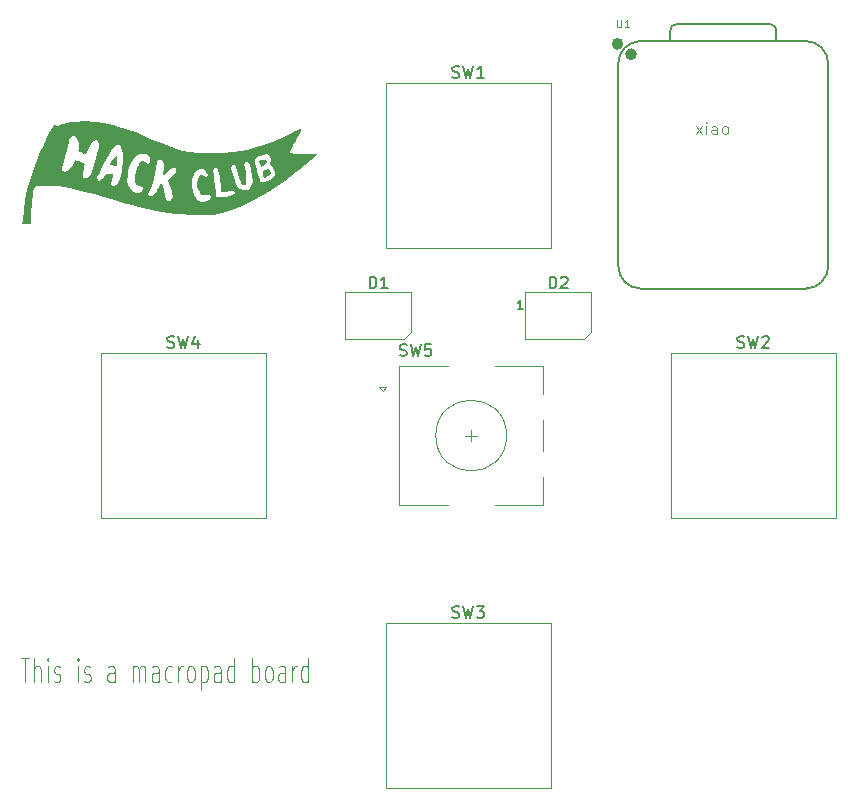
<source format=gbr>
%TF.GenerationSoftware,KiCad,Pcbnew,9.0.5*%
%TF.CreationDate,2025-11-19T17:56:50+08:00*%
%TF.ProjectId,Hackpad Project,4861636b-7061-4642-9050-726f6a656374,rev?*%
%TF.SameCoordinates,Original*%
%TF.FileFunction,Legend,Top*%
%TF.FilePolarity,Positive*%
%FSLAX46Y46*%
G04 Gerber Fmt 4.6, Leading zero omitted, Abs format (unit mm)*
G04 Created by KiCad (PCBNEW 9.0.5) date 2025-11-19 17:56:50*
%MOMM*%
%LPD*%
G01*
G04 APERTURE LIST*
%ADD10C,0.100000*%
%ADD11C,0.101600*%
%ADD12C,0.150000*%
%ADD13C,0.127000*%
%ADD14C,0.504000*%
%ADD15C,0.120000*%
%ADD16C,0.000000*%
G04 APERTURE END LIST*
D10*
X128478646Y-59562419D02*
X129002455Y-58895752D01*
X128478646Y-58895752D02*
X129002455Y-59562419D01*
X129383408Y-59562419D02*
X129383408Y-58895752D01*
X129383408Y-58562419D02*
X129335789Y-58610038D01*
X129335789Y-58610038D02*
X129383408Y-58657657D01*
X129383408Y-58657657D02*
X129431027Y-58610038D01*
X129431027Y-58610038D02*
X129383408Y-58562419D01*
X129383408Y-58562419D02*
X129383408Y-58657657D01*
X130288169Y-59562419D02*
X130288169Y-59038609D01*
X130288169Y-59038609D02*
X130240550Y-58943371D01*
X130240550Y-58943371D02*
X130145312Y-58895752D01*
X130145312Y-58895752D02*
X129954836Y-58895752D01*
X129954836Y-58895752D02*
X129859598Y-58943371D01*
X130288169Y-59514800D02*
X130192931Y-59562419D01*
X130192931Y-59562419D02*
X129954836Y-59562419D01*
X129954836Y-59562419D02*
X129859598Y-59514800D01*
X129859598Y-59514800D02*
X129811979Y-59419561D01*
X129811979Y-59419561D02*
X129811979Y-59324323D01*
X129811979Y-59324323D02*
X129859598Y-59229085D01*
X129859598Y-59229085D02*
X129954836Y-59181466D01*
X129954836Y-59181466D02*
X130192931Y-59181466D01*
X130192931Y-59181466D02*
X130288169Y-59133847D01*
X130907217Y-59562419D02*
X130811979Y-59514800D01*
X130811979Y-59514800D02*
X130764360Y-59467180D01*
X130764360Y-59467180D02*
X130716741Y-59371942D01*
X130716741Y-59371942D02*
X130716741Y-59086228D01*
X130716741Y-59086228D02*
X130764360Y-58990990D01*
X130764360Y-58990990D02*
X130811979Y-58943371D01*
X130811979Y-58943371D02*
X130907217Y-58895752D01*
X130907217Y-58895752D02*
X131050074Y-58895752D01*
X131050074Y-58895752D02*
X131145312Y-58943371D01*
X131145312Y-58943371D02*
X131192931Y-58990990D01*
X131192931Y-58990990D02*
X131240550Y-59086228D01*
X131240550Y-59086228D02*
X131240550Y-59371942D01*
X131240550Y-59371942D02*
X131192931Y-59467180D01*
X131192931Y-59467180D02*
X131145312Y-59514800D01*
X131145312Y-59514800D02*
X131050074Y-59562419D01*
X131050074Y-59562419D02*
X130907217Y-59562419D01*
X71354836Y-103960038D02*
X72069122Y-103960038D01*
X71711979Y-105960038D02*
X71711979Y-103960038D01*
X72485789Y-105960038D02*
X72485789Y-103960038D01*
X73021503Y-105960038D02*
X73021503Y-104912419D01*
X73021503Y-104912419D02*
X72961979Y-104721942D01*
X72961979Y-104721942D02*
X72842931Y-104626704D01*
X72842931Y-104626704D02*
X72664360Y-104626704D01*
X72664360Y-104626704D02*
X72545312Y-104721942D01*
X72545312Y-104721942D02*
X72485789Y-104817180D01*
X73616741Y-105960038D02*
X73616741Y-104626704D01*
X73616741Y-103960038D02*
X73557217Y-104055276D01*
X73557217Y-104055276D02*
X73616741Y-104150514D01*
X73616741Y-104150514D02*
X73676264Y-104055276D01*
X73676264Y-104055276D02*
X73616741Y-103960038D01*
X73616741Y-103960038D02*
X73616741Y-104150514D01*
X74152455Y-105864800D02*
X74271502Y-105960038D01*
X74271502Y-105960038D02*
X74509598Y-105960038D01*
X74509598Y-105960038D02*
X74628645Y-105864800D01*
X74628645Y-105864800D02*
X74688169Y-105674323D01*
X74688169Y-105674323D02*
X74688169Y-105579085D01*
X74688169Y-105579085D02*
X74628645Y-105388609D01*
X74628645Y-105388609D02*
X74509598Y-105293371D01*
X74509598Y-105293371D02*
X74331026Y-105293371D01*
X74331026Y-105293371D02*
X74211979Y-105198133D01*
X74211979Y-105198133D02*
X74152455Y-105007657D01*
X74152455Y-105007657D02*
X74152455Y-104912419D01*
X74152455Y-104912419D02*
X74211979Y-104721942D01*
X74211979Y-104721942D02*
X74331026Y-104626704D01*
X74331026Y-104626704D02*
X74509598Y-104626704D01*
X74509598Y-104626704D02*
X74628645Y-104721942D01*
X76176265Y-105960038D02*
X76176265Y-104626704D01*
X76176265Y-103960038D02*
X76116741Y-104055276D01*
X76116741Y-104055276D02*
X76176265Y-104150514D01*
X76176265Y-104150514D02*
X76235788Y-104055276D01*
X76235788Y-104055276D02*
X76176265Y-103960038D01*
X76176265Y-103960038D02*
X76176265Y-104150514D01*
X76711979Y-105864800D02*
X76831026Y-105960038D01*
X76831026Y-105960038D02*
X77069122Y-105960038D01*
X77069122Y-105960038D02*
X77188169Y-105864800D01*
X77188169Y-105864800D02*
X77247693Y-105674323D01*
X77247693Y-105674323D02*
X77247693Y-105579085D01*
X77247693Y-105579085D02*
X77188169Y-105388609D01*
X77188169Y-105388609D02*
X77069122Y-105293371D01*
X77069122Y-105293371D02*
X76890550Y-105293371D01*
X76890550Y-105293371D02*
X76771503Y-105198133D01*
X76771503Y-105198133D02*
X76711979Y-105007657D01*
X76711979Y-105007657D02*
X76711979Y-104912419D01*
X76711979Y-104912419D02*
X76771503Y-104721942D01*
X76771503Y-104721942D02*
X76890550Y-104626704D01*
X76890550Y-104626704D02*
X77069122Y-104626704D01*
X77069122Y-104626704D02*
X77188169Y-104721942D01*
X79271503Y-105960038D02*
X79271503Y-104912419D01*
X79271503Y-104912419D02*
X79211979Y-104721942D01*
X79211979Y-104721942D02*
X79092931Y-104626704D01*
X79092931Y-104626704D02*
X78854836Y-104626704D01*
X78854836Y-104626704D02*
X78735789Y-104721942D01*
X79271503Y-105864800D02*
X79152455Y-105960038D01*
X79152455Y-105960038D02*
X78854836Y-105960038D01*
X78854836Y-105960038D02*
X78735789Y-105864800D01*
X78735789Y-105864800D02*
X78676265Y-105674323D01*
X78676265Y-105674323D02*
X78676265Y-105483847D01*
X78676265Y-105483847D02*
X78735789Y-105293371D01*
X78735789Y-105293371D02*
X78854836Y-105198133D01*
X78854836Y-105198133D02*
X79152455Y-105198133D01*
X79152455Y-105198133D02*
X79271503Y-105102895D01*
X80819122Y-105960038D02*
X80819122Y-104626704D01*
X80819122Y-104817180D02*
X80878645Y-104721942D01*
X80878645Y-104721942D02*
X80997693Y-104626704D01*
X80997693Y-104626704D02*
X81176264Y-104626704D01*
X81176264Y-104626704D02*
X81295312Y-104721942D01*
X81295312Y-104721942D02*
X81354836Y-104912419D01*
X81354836Y-104912419D02*
X81354836Y-105960038D01*
X81354836Y-104912419D02*
X81414360Y-104721942D01*
X81414360Y-104721942D02*
X81533407Y-104626704D01*
X81533407Y-104626704D02*
X81711979Y-104626704D01*
X81711979Y-104626704D02*
X81831026Y-104721942D01*
X81831026Y-104721942D02*
X81890550Y-104912419D01*
X81890550Y-104912419D02*
X81890550Y-105960038D01*
X83021503Y-105960038D02*
X83021503Y-104912419D01*
X83021503Y-104912419D02*
X82961979Y-104721942D01*
X82961979Y-104721942D02*
X82842931Y-104626704D01*
X82842931Y-104626704D02*
X82604836Y-104626704D01*
X82604836Y-104626704D02*
X82485789Y-104721942D01*
X83021503Y-105864800D02*
X82902455Y-105960038D01*
X82902455Y-105960038D02*
X82604836Y-105960038D01*
X82604836Y-105960038D02*
X82485789Y-105864800D01*
X82485789Y-105864800D02*
X82426265Y-105674323D01*
X82426265Y-105674323D02*
X82426265Y-105483847D01*
X82426265Y-105483847D02*
X82485789Y-105293371D01*
X82485789Y-105293371D02*
X82604836Y-105198133D01*
X82604836Y-105198133D02*
X82902455Y-105198133D01*
X82902455Y-105198133D02*
X83021503Y-105102895D01*
X84152455Y-105864800D02*
X84033407Y-105960038D01*
X84033407Y-105960038D02*
X83795312Y-105960038D01*
X83795312Y-105960038D02*
X83676264Y-105864800D01*
X83676264Y-105864800D02*
X83616741Y-105769561D01*
X83616741Y-105769561D02*
X83557217Y-105579085D01*
X83557217Y-105579085D02*
X83557217Y-105007657D01*
X83557217Y-105007657D02*
X83616741Y-104817180D01*
X83616741Y-104817180D02*
X83676264Y-104721942D01*
X83676264Y-104721942D02*
X83795312Y-104626704D01*
X83795312Y-104626704D02*
X84033407Y-104626704D01*
X84033407Y-104626704D02*
X84152455Y-104721942D01*
X84688170Y-105960038D02*
X84688170Y-104626704D01*
X84688170Y-105007657D02*
X84747693Y-104817180D01*
X84747693Y-104817180D02*
X84807217Y-104721942D01*
X84807217Y-104721942D02*
X84926265Y-104626704D01*
X84926265Y-104626704D02*
X85045312Y-104626704D01*
X85640551Y-105960038D02*
X85521503Y-105864800D01*
X85521503Y-105864800D02*
X85461980Y-105769561D01*
X85461980Y-105769561D02*
X85402456Y-105579085D01*
X85402456Y-105579085D02*
X85402456Y-105007657D01*
X85402456Y-105007657D02*
X85461980Y-104817180D01*
X85461980Y-104817180D02*
X85521503Y-104721942D01*
X85521503Y-104721942D02*
X85640551Y-104626704D01*
X85640551Y-104626704D02*
X85819122Y-104626704D01*
X85819122Y-104626704D02*
X85938170Y-104721942D01*
X85938170Y-104721942D02*
X85997694Y-104817180D01*
X85997694Y-104817180D02*
X86057218Y-105007657D01*
X86057218Y-105007657D02*
X86057218Y-105579085D01*
X86057218Y-105579085D02*
X85997694Y-105769561D01*
X85997694Y-105769561D02*
X85938170Y-105864800D01*
X85938170Y-105864800D02*
X85819122Y-105960038D01*
X85819122Y-105960038D02*
X85640551Y-105960038D01*
X86592932Y-104626704D02*
X86592932Y-106626704D01*
X86592932Y-104721942D02*
X86711979Y-104626704D01*
X86711979Y-104626704D02*
X86950074Y-104626704D01*
X86950074Y-104626704D02*
X87069122Y-104721942D01*
X87069122Y-104721942D02*
X87128646Y-104817180D01*
X87128646Y-104817180D02*
X87188170Y-105007657D01*
X87188170Y-105007657D02*
X87188170Y-105579085D01*
X87188170Y-105579085D02*
X87128646Y-105769561D01*
X87128646Y-105769561D02*
X87069122Y-105864800D01*
X87069122Y-105864800D02*
X86950074Y-105960038D01*
X86950074Y-105960038D02*
X86711979Y-105960038D01*
X86711979Y-105960038D02*
X86592932Y-105864800D01*
X88259598Y-105960038D02*
X88259598Y-104912419D01*
X88259598Y-104912419D02*
X88200074Y-104721942D01*
X88200074Y-104721942D02*
X88081026Y-104626704D01*
X88081026Y-104626704D02*
X87842931Y-104626704D01*
X87842931Y-104626704D02*
X87723884Y-104721942D01*
X88259598Y-105864800D02*
X88140550Y-105960038D01*
X88140550Y-105960038D02*
X87842931Y-105960038D01*
X87842931Y-105960038D02*
X87723884Y-105864800D01*
X87723884Y-105864800D02*
X87664360Y-105674323D01*
X87664360Y-105674323D02*
X87664360Y-105483847D01*
X87664360Y-105483847D02*
X87723884Y-105293371D01*
X87723884Y-105293371D02*
X87842931Y-105198133D01*
X87842931Y-105198133D02*
X88140550Y-105198133D01*
X88140550Y-105198133D02*
X88259598Y-105102895D01*
X89390550Y-105960038D02*
X89390550Y-103960038D01*
X89390550Y-105864800D02*
X89271502Y-105960038D01*
X89271502Y-105960038D02*
X89033407Y-105960038D01*
X89033407Y-105960038D02*
X88914359Y-105864800D01*
X88914359Y-105864800D02*
X88854836Y-105769561D01*
X88854836Y-105769561D02*
X88795312Y-105579085D01*
X88795312Y-105579085D02*
X88795312Y-105007657D01*
X88795312Y-105007657D02*
X88854836Y-104817180D01*
X88854836Y-104817180D02*
X88914359Y-104721942D01*
X88914359Y-104721942D02*
X89033407Y-104626704D01*
X89033407Y-104626704D02*
X89271502Y-104626704D01*
X89271502Y-104626704D02*
X89390550Y-104721942D01*
X90938169Y-105960038D02*
X90938169Y-103960038D01*
X90938169Y-104721942D02*
X91057216Y-104626704D01*
X91057216Y-104626704D02*
X91295311Y-104626704D01*
X91295311Y-104626704D02*
X91414359Y-104721942D01*
X91414359Y-104721942D02*
X91473883Y-104817180D01*
X91473883Y-104817180D02*
X91533407Y-105007657D01*
X91533407Y-105007657D02*
X91533407Y-105579085D01*
X91533407Y-105579085D02*
X91473883Y-105769561D01*
X91473883Y-105769561D02*
X91414359Y-105864800D01*
X91414359Y-105864800D02*
X91295311Y-105960038D01*
X91295311Y-105960038D02*
X91057216Y-105960038D01*
X91057216Y-105960038D02*
X90938169Y-105864800D01*
X92247692Y-105960038D02*
X92128644Y-105864800D01*
X92128644Y-105864800D02*
X92069121Y-105769561D01*
X92069121Y-105769561D02*
X92009597Y-105579085D01*
X92009597Y-105579085D02*
X92009597Y-105007657D01*
X92009597Y-105007657D02*
X92069121Y-104817180D01*
X92069121Y-104817180D02*
X92128644Y-104721942D01*
X92128644Y-104721942D02*
X92247692Y-104626704D01*
X92247692Y-104626704D02*
X92426263Y-104626704D01*
X92426263Y-104626704D02*
X92545311Y-104721942D01*
X92545311Y-104721942D02*
X92604835Y-104817180D01*
X92604835Y-104817180D02*
X92664359Y-105007657D01*
X92664359Y-105007657D02*
X92664359Y-105579085D01*
X92664359Y-105579085D02*
X92604835Y-105769561D01*
X92604835Y-105769561D02*
X92545311Y-105864800D01*
X92545311Y-105864800D02*
X92426263Y-105960038D01*
X92426263Y-105960038D02*
X92247692Y-105960038D01*
X93735787Y-105960038D02*
X93735787Y-104912419D01*
X93735787Y-104912419D02*
X93676263Y-104721942D01*
X93676263Y-104721942D02*
X93557215Y-104626704D01*
X93557215Y-104626704D02*
X93319120Y-104626704D01*
X93319120Y-104626704D02*
X93200073Y-104721942D01*
X93735787Y-105864800D02*
X93616739Y-105960038D01*
X93616739Y-105960038D02*
X93319120Y-105960038D01*
X93319120Y-105960038D02*
X93200073Y-105864800D01*
X93200073Y-105864800D02*
X93140549Y-105674323D01*
X93140549Y-105674323D02*
X93140549Y-105483847D01*
X93140549Y-105483847D02*
X93200073Y-105293371D01*
X93200073Y-105293371D02*
X93319120Y-105198133D01*
X93319120Y-105198133D02*
X93616739Y-105198133D01*
X93616739Y-105198133D02*
X93735787Y-105102895D01*
X94331025Y-105960038D02*
X94331025Y-104626704D01*
X94331025Y-105007657D02*
X94390548Y-104817180D01*
X94390548Y-104817180D02*
X94450072Y-104721942D01*
X94450072Y-104721942D02*
X94569120Y-104626704D01*
X94569120Y-104626704D02*
X94688167Y-104626704D01*
X95640549Y-105960038D02*
X95640549Y-103960038D01*
X95640549Y-105864800D02*
X95521501Y-105960038D01*
X95521501Y-105960038D02*
X95283406Y-105960038D01*
X95283406Y-105960038D02*
X95164358Y-105864800D01*
X95164358Y-105864800D02*
X95104835Y-105769561D01*
X95104835Y-105769561D02*
X95045311Y-105579085D01*
X95045311Y-105579085D02*
X95045311Y-105007657D01*
X95045311Y-105007657D02*
X95104835Y-104817180D01*
X95104835Y-104817180D02*
X95164358Y-104721942D01*
X95164358Y-104721942D02*
X95283406Y-104626704D01*
X95283406Y-104626704D02*
X95521501Y-104626704D01*
X95521501Y-104626704D02*
X95640549Y-104721942D01*
D11*
X121826190Y-49883479D02*
X121826190Y-50397526D01*
X121826190Y-50397526D02*
X121856428Y-50458002D01*
X121856428Y-50458002D02*
X121886666Y-50488241D01*
X121886666Y-50488241D02*
X121947142Y-50518479D01*
X121947142Y-50518479D02*
X122068095Y-50518479D01*
X122068095Y-50518479D02*
X122128571Y-50488241D01*
X122128571Y-50488241D02*
X122158809Y-50458002D01*
X122158809Y-50458002D02*
X122189047Y-50397526D01*
X122189047Y-50397526D02*
X122189047Y-49883479D01*
X122824047Y-50518479D02*
X122461190Y-50518479D01*
X122642618Y-50518479D02*
X122642618Y-49883479D01*
X122642618Y-49883479D02*
X122582142Y-49974193D01*
X122582142Y-49974193D02*
X122521666Y-50034669D01*
X122521666Y-50034669D02*
X122461190Y-50064907D01*
D12*
X132016667Y-77623200D02*
X132159524Y-77670819D01*
X132159524Y-77670819D02*
X132397619Y-77670819D01*
X132397619Y-77670819D02*
X132492857Y-77623200D01*
X132492857Y-77623200D02*
X132540476Y-77575580D01*
X132540476Y-77575580D02*
X132588095Y-77480342D01*
X132588095Y-77480342D02*
X132588095Y-77385104D01*
X132588095Y-77385104D02*
X132540476Y-77289866D01*
X132540476Y-77289866D02*
X132492857Y-77242247D01*
X132492857Y-77242247D02*
X132397619Y-77194628D01*
X132397619Y-77194628D02*
X132207143Y-77147009D01*
X132207143Y-77147009D02*
X132111905Y-77099390D01*
X132111905Y-77099390D02*
X132064286Y-77051771D01*
X132064286Y-77051771D02*
X132016667Y-76956533D01*
X132016667Y-76956533D02*
X132016667Y-76861295D01*
X132016667Y-76861295D02*
X132064286Y-76766057D01*
X132064286Y-76766057D02*
X132111905Y-76718438D01*
X132111905Y-76718438D02*
X132207143Y-76670819D01*
X132207143Y-76670819D02*
X132445238Y-76670819D01*
X132445238Y-76670819D02*
X132588095Y-76718438D01*
X132921429Y-76670819D02*
X133159524Y-77670819D01*
X133159524Y-77670819D02*
X133350000Y-76956533D01*
X133350000Y-76956533D02*
X133540476Y-77670819D01*
X133540476Y-77670819D02*
X133778572Y-76670819D01*
X134111905Y-76766057D02*
X134159524Y-76718438D01*
X134159524Y-76718438D02*
X134254762Y-76670819D01*
X134254762Y-76670819D02*
X134492857Y-76670819D01*
X134492857Y-76670819D02*
X134588095Y-76718438D01*
X134588095Y-76718438D02*
X134635714Y-76766057D01*
X134635714Y-76766057D02*
X134683333Y-76861295D01*
X134683333Y-76861295D02*
X134683333Y-76956533D01*
X134683333Y-76956533D02*
X134635714Y-77099390D01*
X134635714Y-77099390D02*
X134064286Y-77670819D01*
X134064286Y-77670819D02*
X134683333Y-77670819D01*
X103436667Y-78297200D02*
X103579524Y-78344819D01*
X103579524Y-78344819D02*
X103817619Y-78344819D01*
X103817619Y-78344819D02*
X103912857Y-78297200D01*
X103912857Y-78297200D02*
X103960476Y-78249580D01*
X103960476Y-78249580D02*
X104008095Y-78154342D01*
X104008095Y-78154342D02*
X104008095Y-78059104D01*
X104008095Y-78059104D02*
X103960476Y-77963866D01*
X103960476Y-77963866D02*
X103912857Y-77916247D01*
X103912857Y-77916247D02*
X103817619Y-77868628D01*
X103817619Y-77868628D02*
X103627143Y-77821009D01*
X103627143Y-77821009D02*
X103531905Y-77773390D01*
X103531905Y-77773390D02*
X103484286Y-77725771D01*
X103484286Y-77725771D02*
X103436667Y-77630533D01*
X103436667Y-77630533D02*
X103436667Y-77535295D01*
X103436667Y-77535295D02*
X103484286Y-77440057D01*
X103484286Y-77440057D02*
X103531905Y-77392438D01*
X103531905Y-77392438D02*
X103627143Y-77344819D01*
X103627143Y-77344819D02*
X103865238Y-77344819D01*
X103865238Y-77344819D02*
X104008095Y-77392438D01*
X104341429Y-77344819D02*
X104579524Y-78344819D01*
X104579524Y-78344819D02*
X104770000Y-77630533D01*
X104770000Y-77630533D02*
X104960476Y-78344819D01*
X104960476Y-78344819D02*
X105198572Y-77344819D01*
X106055714Y-77344819D02*
X105579524Y-77344819D01*
X105579524Y-77344819D02*
X105531905Y-77821009D01*
X105531905Y-77821009D02*
X105579524Y-77773390D01*
X105579524Y-77773390D02*
X105674762Y-77725771D01*
X105674762Y-77725771D02*
X105912857Y-77725771D01*
X105912857Y-77725771D02*
X106008095Y-77773390D01*
X106008095Y-77773390D02*
X106055714Y-77821009D01*
X106055714Y-77821009D02*
X106103333Y-77916247D01*
X106103333Y-77916247D02*
X106103333Y-78154342D01*
X106103333Y-78154342D02*
X106055714Y-78249580D01*
X106055714Y-78249580D02*
X106008095Y-78297200D01*
X106008095Y-78297200D02*
X105912857Y-78344819D01*
X105912857Y-78344819D02*
X105674762Y-78344819D01*
X105674762Y-78344819D02*
X105579524Y-78297200D01*
X105579524Y-78297200D02*
X105531905Y-78249580D01*
X83756667Y-77623200D02*
X83899524Y-77670819D01*
X83899524Y-77670819D02*
X84137619Y-77670819D01*
X84137619Y-77670819D02*
X84232857Y-77623200D01*
X84232857Y-77623200D02*
X84280476Y-77575580D01*
X84280476Y-77575580D02*
X84328095Y-77480342D01*
X84328095Y-77480342D02*
X84328095Y-77385104D01*
X84328095Y-77385104D02*
X84280476Y-77289866D01*
X84280476Y-77289866D02*
X84232857Y-77242247D01*
X84232857Y-77242247D02*
X84137619Y-77194628D01*
X84137619Y-77194628D02*
X83947143Y-77147009D01*
X83947143Y-77147009D02*
X83851905Y-77099390D01*
X83851905Y-77099390D02*
X83804286Y-77051771D01*
X83804286Y-77051771D02*
X83756667Y-76956533D01*
X83756667Y-76956533D02*
X83756667Y-76861295D01*
X83756667Y-76861295D02*
X83804286Y-76766057D01*
X83804286Y-76766057D02*
X83851905Y-76718438D01*
X83851905Y-76718438D02*
X83947143Y-76670819D01*
X83947143Y-76670819D02*
X84185238Y-76670819D01*
X84185238Y-76670819D02*
X84328095Y-76718438D01*
X84661429Y-76670819D02*
X84899524Y-77670819D01*
X84899524Y-77670819D02*
X85090000Y-76956533D01*
X85090000Y-76956533D02*
X85280476Y-77670819D01*
X85280476Y-77670819D02*
X85518572Y-76670819D01*
X86328095Y-77004152D02*
X86328095Y-77670819D01*
X86090000Y-76623200D02*
X85851905Y-77337485D01*
X85851905Y-77337485D02*
X86470952Y-77337485D01*
X107886667Y-54763200D02*
X108029524Y-54810819D01*
X108029524Y-54810819D02*
X108267619Y-54810819D01*
X108267619Y-54810819D02*
X108362857Y-54763200D01*
X108362857Y-54763200D02*
X108410476Y-54715580D01*
X108410476Y-54715580D02*
X108458095Y-54620342D01*
X108458095Y-54620342D02*
X108458095Y-54525104D01*
X108458095Y-54525104D02*
X108410476Y-54429866D01*
X108410476Y-54429866D02*
X108362857Y-54382247D01*
X108362857Y-54382247D02*
X108267619Y-54334628D01*
X108267619Y-54334628D02*
X108077143Y-54287009D01*
X108077143Y-54287009D02*
X107981905Y-54239390D01*
X107981905Y-54239390D02*
X107934286Y-54191771D01*
X107934286Y-54191771D02*
X107886667Y-54096533D01*
X107886667Y-54096533D02*
X107886667Y-54001295D01*
X107886667Y-54001295D02*
X107934286Y-53906057D01*
X107934286Y-53906057D02*
X107981905Y-53858438D01*
X107981905Y-53858438D02*
X108077143Y-53810819D01*
X108077143Y-53810819D02*
X108315238Y-53810819D01*
X108315238Y-53810819D02*
X108458095Y-53858438D01*
X108791429Y-53810819D02*
X109029524Y-54810819D01*
X109029524Y-54810819D02*
X109220000Y-54096533D01*
X109220000Y-54096533D02*
X109410476Y-54810819D01*
X109410476Y-54810819D02*
X109648572Y-53810819D01*
X110553333Y-54810819D02*
X109981905Y-54810819D01*
X110267619Y-54810819D02*
X110267619Y-53810819D01*
X110267619Y-53810819D02*
X110172381Y-53953676D01*
X110172381Y-53953676D02*
X110077143Y-54048914D01*
X110077143Y-54048914D02*
X109981905Y-54096533D01*
X107886667Y-100483200D02*
X108029524Y-100530819D01*
X108029524Y-100530819D02*
X108267619Y-100530819D01*
X108267619Y-100530819D02*
X108362857Y-100483200D01*
X108362857Y-100483200D02*
X108410476Y-100435580D01*
X108410476Y-100435580D02*
X108458095Y-100340342D01*
X108458095Y-100340342D02*
X108458095Y-100245104D01*
X108458095Y-100245104D02*
X108410476Y-100149866D01*
X108410476Y-100149866D02*
X108362857Y-100102247D01*
X108362857Y-100102247D02*
X108267619Y-100054628D01*
X108267619Y-100054628D02*
X108077143Y-100007009D01*
X108077143Y-100007009D02*
X107981905Y-99959390D01*
X107981905Y-99959390D02*
X107934286Y-99911771D01*
X107934286Y-99911771D02*
X107886667Y-99816533D01*
X107886667Y-99816533D02*
X107886667Y-99721295D01*
X107886667Y-99721295D02*
X107934286Y-99626057D01*
X107934286Y-99626057D02*
X107981905Y-99578438D01*
X107981905Y-99578438D02*
X108077143Y-99530819D01*
X108077143Y-99530819D02*
X108315238Y-99530819D01*
X108315238Y-99530819D02*
X108458095Y-99578438D01*
X108791429Y-99530819D02*
X109029524Y-100530819D01*
X109029524Y-100530819D02*
X109220000Y-99816533D01*
X109220000Y-99816533D02*
X109410476Y-100530819D01*
X109410476Y-100530819D02*
X109648572Y-99530819D01*
X109934286Y-99530819D02*
X110553333Y-99530819D01*
X110553333Y-99530819D02*
X110220000Y-99911771D01*
X110220000Y-99911771D02*
X110362857Y-99911771D01*
X110362857Y-99911771D02*
X110458095Y-99959390D01*
X110458095Y-99959390D02*
X110505714Y-100007009D01*
X110505714Y-100007009D02*
X110553333Y-100102247D01*
X110553333Y-100102247D02*
X110553333Y-100340342D01*
X110553333Y-100340342D02*
X110505714Y-100435580D01*
X110505714Y-100435580D02*
X110458095Y-100483200D01*
X110458095Y-100483200D02*
X110362857Y-100530819D01*
X110362857Y-100530819D02*
X110077143Y-100530819D01*
X110077143Y-100530819D02*
X109981905Y-100483200D01*
X109981905Y-100483200D02*
X109934286Y-100435580D01*
X116101905Y-72634819D02*
X116101905Y-71634819D01*
X116101905Y-71634819D02*
X116340000Y-71634819D01*
X116340000Y-71634819D02*
X116482857Y-71682438D01*
X116482857Y-71682438D02*
X116578095Y-71777676D01*
X116578095Y-71777676D02*
X116625714Y-71872914D01*
X116625714Y-71872914D02*
X116673333Y-72063390D01*
X116673333Y-72063390D02*
X116673333Y-72206247D01*
X116673333Y-72206247D02*
X116625714Y-72396723D01*
X116625714Y-72396723D02*
X116578095Y-72491961D01*
X116578095Y-72491961D02*
X116482857Y-72587200D01*
X116482857Y-72587200D02*
X116340000Y-72634819D01*
X116340000Y-72634819D02*
X116101905Y-72634819D01*
X117054286Y-71730057D02*
X117101905Y-71682438D01*
X117101905Y-71682438D02*
X117197143Y-71634819D01*
X117197143Y-71634819D02*
X117435238Y-71634819D01*
X117435238Y-71634819D02*
X117530476Y-71682438D01*
X117530476Y-71682438D02*
X117578095Y-71730057D01*
X117578095Y-71730057D02*
X117625714Y-71825295D01*
X117625714Y-71825295D02*
X117625714Y-71920533D01*
X117625714Y-71920533D02*
X117578095Y-72063390D01*
X117578095Y-72063390D02*
X117006667Y-72634819D01*
X117006667Y-72634819D02*
X117625714Y-72634819D01*
X113868571Y-74417295D02*
X113411428Y-74417295D01*
X113640000Y-74417295D02*
X113640000Y-73617295D01*
X113640000Y-73617295D02*
X113563809Y-73731580D01*
X113563809Y-73731580D02*
X113487619Y-73807771D01*
X113487619Y-73807771D02*
X113411428Y-73845866D01*
X100861905Y-72634819D02*
X100861905Y-71634819D01*
X100861905Y-71634819D02*
X101100000Y-71634819D01*
X101100000Y-71634819D02*
X101242857Y-71682438D01*
X101242857Y-71682438D02*
X101338095Y-71777676D01*
X101338095Y-71777676D02*
X101385714Y-71872914D01*
X101385714Y-71872914D02*
X101433333Y-72063390D01*
X101433333Y-72063390D02*
X101433333Y-72206247D01*
X101433333Y-72206247D02*
X101385714Y-72396723D01*
X101385714Y-72396723D02*
X101338095Y-72491961D01*
X101338095Y-72491961D02*
X101242857Y-72587200D01*
X101242857Y-72587200D02*
X101100000Y-72634819D01*
X101100000Y-72634819D02*
X100861905Y-72634819D01*
X102385714Y-72634819D02*
X101814286Y-72634819D01*
X102100000Y-72634819D02*
X102100000Y-71634819D01*
X102100000Y-71634819D02*
X102004762Y-71777676D01*
X102004762Y-71777676D02*
X101909524Y-71872914D01*
X101909524Y-71872914D02*
X101814286Y-71920533D01*
D13*
%TO.C,U1*%
X121920000Y-70739000D02*
X121920000Y-53594000D01*
X123825000Y-72644000D02*
X137795000Y-72644000D01*
X126315000Y-51689000D02*
X126318728Y-50778728D01*
X126818728Y-50279000D02*
X134814000Y-50279000D01*
X135314000Y-50779000D02*
X135314000Y-51689000D01*
D10*
X137795000Y-51689000D02*
X123825000Y-51689000D01*
D13*
X137795000Y-51689000D02*
X123825000Y-51689000D01*
X139700000Y-70739000D02*
X139700000Y-53594000D01*
X121920000Y-53594000D02*
G75*
G02*
X123825000Y-51689000I1905001J-1D01*
G01*
X123825000Y-72644000D02*
G75*
G02*
X121920000Y-70739000I1J1905001D01*
G01*
X126318728Y-50778728D02*
G75*
G02*
X126818728Y-50279001I500018J-291D01*
G01*
X134814000Y-50279000D02*
G75*
G02*
X135314000Y-50779000I0J-500000D01*
G01*
X137795000Y-51689000D02*
G75*
G02*
X139700000Y-53594000I0J-1905000D01*
G01*
X139700000Y-70739000D02*
G75*
G02*
X137795000Y-72644000I-1905000J0D01*
G01*
D14*
X122112000Y-51930000D02*
G75*
G02*
X121608000Y-51930000I-252000J0D01*
G01*
X121608000Y-51930000D02*
G75*
G02*
X122112000Y-51930000I252000J0D01*
G01*
X123255000Y-52810000D02*
G75*
G02*
X122751000Y-52810000I-252000J0D01*
G01*
X122751000Y-52810000D02*
G75*
G02*
X123255000Y-52810000I252000J0D01*
G01*
D15*
%TO.C,SW2*%
X126365000Y-78105000D02*
X140335000Y-78105000D01*
X126365000Y-92075000D02*
X126365000Y-78105000D01*
X140335000Y-78105000D02*
X140335000Y-92075000D01*
X140335000Y-92075000D02*
X126365000Y-92075000D01*
%TO.C,SW5*%
X101670000Y-80990000D02*
X102270000Y-80990000D01*
X101970000Y-81290000D02*
X101670000Y-80990000D01*
X102270000Y-80990000D02*
X101970000Y-81290000D01*
X103370000Y-79190000D02*
X103370000Y-90990000D01*
X107470000Y-79190000D02*
X103370000Y-79190000D01*
X107470000Y-90990000D02*
X103370000Y-90990000D01*
X108970000Y-85090000D02*
X109970000Y-85090000D01*
X109470000Y-84590000D02*
X109470000Y-85590000D01*
X111470000Y-79190000D02*
X115570000Y-79190000D01*
X115570000Y-79190000D02*
X115570000Y-81590000D01*
X115570000Y-83790000D02*
X115570000Y-86390000D01*
X115570000Y-88590000D02*
X115570000Y-90990000D01*
X115570000Y-90990000D02*
X111470000Y-90990000D01*
X112470000Y-85090000D02*
G75*
G02*
X106470000Y-85090000I-3000000J0D01*
G01*
X106470000Y-85090000D02*
G75*
G02*
X112470000Y-85090000I3000000J0D01*
G01*
%TO.C,SW4*%
X78105000Y-78105000D02*
X92075000Y-78105000D01*
X78105000Y-92075000D02*
X78105000Y-78105000D01*
X92075000Y-78105000D02*
X92075000Y-92075000D01*
X92075000Y-92075000D02*
X78105000Y-92075000D01*
%TO.C,SW1*%
X102235000Y-55245000D02*
X116205000Y-55245000D01*
X102235000Y-69215000D02*
X102235000Y-55245000D01*
X116205000Y-55245000D02*
X116205000Y-69215000D01*
X116205000Y-69215000D02*
X102235000Y-69215000D01*
%TO.C,SW3*%
X102235000Y-100965000D02*
X116205000Y-100965000D01*
X102235000Y-114935000D02*
X102235000Y-100965000D01*
X116205000Y-100965000D02*
X116205000Y-114935000D01*
X116205000Y-114935000D02*
X102235000Y-114935000D01*
D16*
%TO.C,G\u002A\u002A\u002A*%
G36*
X92119000Y-61772702D02*
G01*
X92153083Y-61883014D01*
X92142228Y-61958094D01*
X92091386Y-62042768D01*
X91992363Y-62146412D01*
X91875368Y-62242835D01*
X91770613Y-62305848D01*
X91728483Y-62316778D01*
X91695161Y-62276685D01*
X91641289Y-62173430D01*
X91598682Y-62077069D01*
X91499063Y-61837359D01*
X91628014Y-61787500D01*
X91849862Y-61722754D01*
X92015725Y-61718551D01*
X92119000Y-61772702D01*
G37*
G36*
X92398943Y-62596167D02*
G01*
X92477069Y-62692710D01*
X92510295Y-62830995D01*
X92460164Y-62957098D01*
X92322027Y-63079301D01*
X92228214Y-63136173D01*
X92072877Y-63219417D01*
X91979651Y-63257706D01*
X91929234Y-63255295D01*
X91902322Y-63216437D01*
X91899438Y-63208632D01*
X91876888Y-63128269D01*
X91844780Y-62995682D01*
X91831094Y-62935131D01*
X91811799Y-62774157D01*
X91849849Y-62671245D01*
X91958957Y-62607548D01*
X92093438Y-62574592D01*
X92277320Y-62558191D01*
X92398943Y-62596167D01*
G37*
G36*
X79489851Y-61361466D02*
G01*
X79504116Y-61477190D01*
X79507619Y-61642625D01*
X79499948Y-61835321D01*
X79480693Y-62032830D01*
X79478590Y-62048529D01*
X79456531Y-62168787D01*
X79417900Y-62238328D01*
X79343069Y-62264960D01*
X79212409Y-62256495D01*
X79033183Y-62225755D01*
X78920401Y-62188841D01*
X78878945Y-62139194D01*
X78879566Y-62133972D01*
X78912902Y-62063702D01*
X78986713Y-61944523D01*
X79086483Y-61796662D01*
X79197696Y-61640346D01*
X79305835Y-61495802D01*
X79396385Y-61383257D01*
X79454830Y-61322937D01*
X79465232Y-61317902D01*
X79489851Y-61361466D01*
G37*
G36*
X77049447Y-58498134D02*
G01*
X77488990Y-58521570D01*
X77907581Y-58566054D01*
X78334399Y-58635306D01*
X78798620Y-58733047D01*
X79188780Y-58827260D01*
X79592362Y-58933980D01*
X79988054Y-59050374D01*
X80388774Y-59181299D01*
X80807440Y-59331613D01*
X81256970Y-59506175D01*
X81750281Y-59709841D01*
X82300290Y-59947470D01*
X82919916Y-60223919D01*
X83004906Y-60262351D01*
X83865404Y-60610664D01*
X84731540Y-60876417D01*
X85619758Y-61063346D01*
X86546502Y-61175189D01*
X87170712Y-61209192D01*
X88274848Y-61197346D01*
X89374167Y-61093439D01*
X90470765Y-60896957D01*
X91566745Y-60607390D01*
X92664205Y-60224224D01*
X93765246Y-59746947D01*
X94341795Y-59460418D01*
X94581653Y-59337832D01*
X94791187Y-59234156D01*
X94956389Y-59156045D01*
X95063250Y-59110154D01*
X95097669Y-59101365D01*
X95083448Y-59147494D01*
X95033018Y-59263224D01*
X94953764Y-59433599D01*
X94853070Y-59643665D01*
X94738320Y-59878467D01*
X94616897Y-60123050D01*
X94496185Y-60362458D01*
X94383568Y-60581737D01*
X94286431Y-60765931D01*
X94212156Y-60900086D01*
X94196433Y-60926694D01*
X94145101Y-61015453D01*
X94117521Y-61084425D01*
X94122819Y-61136105D01*
X94170118Y-61172988D01*
X94268545Y-61197569D01*
X94427222Y-61212343D01*
X94655275Y-61219804D01*
X94961828Y-61222448D01*
X95279287Y-61222771D01*
X95621704Y-61224539D01*
X95912959Y-61229581D01*
X96143117Y-61237507D01*
X96302244Y-61247928D01*
X96380407Y-61260451D01*
X96386678Y-61266313D01*
X96342252Y-61320627D01*
X96234951Y-61425726D01*
X96075571Y-61572206D01*
X95874909Y-61750665D01*
X95643761Y-61951698D01*
X95392923Y-62165903D01*
X95133190Y-62383877D01*
X94875360Y-62596216D01*
X94664847Y-62765982D01*
X93686087Y-63514613D01*
X92731435Y-64181180D01*
X91802676Y-64764719D01*
X90901595Y-65264271D01*
X90029978Y-65678874D01*
X89189609Y-66007567D01*
X88382276Y-66249387D01*
X88055997Y-66324292D01*
X87714378Y-66376520D01*
X87293763Y-66409788D01*
X86808266Y-66424626D01*
X86272003Y-66421566D01*
X85699090Y-66401141D01*
X85103642Y-66363881D01*
X84499776Y-66310317D01*
X83901606Y-66240982D01*
X83323248Y-66156407D01*
X83242733Y-66143055D01*
X82848577Y-66073973D01*
X82472030Y-66001740D01*
X82099207Y-65922888D01*
X81716220Y-65833952D01*
X81309184Y-65731465D01*
X80864211Y-65611960D01*
X80367415Y-65471971D01*
X79804909Y-65308032D01*
X79320071Y-65163837D01*
X78398105Y-64892832D01*
X77561009Y-64657360D01*
X77513989Y-64644866D01*
X82124943Y-64644866D01*
X82165222Y-64747091D01*
X82265620Y-64805205D01*
X82395482Y-64803552D01*
X82420008Y-64795552D01*
X82553578Y-64710805D01*
X82704305Y-64562594D01*
X82852157Y-64375014D01*
X82977098Y-64172162D01*
X83028377Y-64063817D01*
X83101913Y-63905172D01*
X83164886Y-63820491D01*
X83231506Y-63791885D01*
X83244863Y-63791310D01*
X83288678Y-63798417D01*
X83323526Y-63829638D01*
X83354717Y-63899821D01*
X83387565Y-64023815D01*
X83427380Y-64216468D01*
X83461799Y-64397771D01*
X83517299Y-64675258D01*
X83566419Y-64873490D01*
X83613824Y-65007701D01*
X83664180Y-65093123D01*
X83680305Y-65111254D01*
X83818370Y-65199772D01*
X83963181Y-65208042D01*
X84088385Y-65134739D01*
X84090976Y-65131916D01*
X84158526Y-65019983D01*
X84195826Y-64905979D01*
X84196206Y-64775607D01*
X84167024Y-64583508D01*
X84114863Y-64355953D01*
X84046307Y-64119211D01*
X83967939Y-63899553D01*
X83911526Y-63771562D01*
X83885047Y-63717740D01*
X85841235Y-63717740D01*
X85847361Y-64005355D01*
X85896784Y-64411029D01*
X85994328Y-64747064D01*
X86137752Y-65008819D01*
X86324814Y-65191653D01*
X86453408Y-65260100D01*
X86650339Y-65303396D01*
X86874863Y-65302560D01*
X87056772Y-65262674D01*
X87237416Y-65162111D01*
X87359408Y-65028220D01*
X87404714Y-64880869D01*
X87404718Y-64879390D01*
X87375929Y-64754903D01*
X87285447Y-64694199D01*
X87127098Y-64694320D01*
X87049617Y-64709293D01*
X86835492Y-64737172D01*
X86676121Y-64700919D01*
X86548832Y-64591676D01*
X86477463Y-64485766D01*
X86362645Y-64227763D01*
X86298596Y-63947426D01*
X86285529Y-63667916D01*
X86323655Y-63412393D01*
X86413188Y-63204017D01*
X86465090Y-63137284D01*
X86581407Y-63049756D01*
X86708005Y-63040934D01*
X86868637Y-63109203D01*
X86869632Y-63109773D01*
X87014486Y-63165184D01*
X87113244Y-63150018D01*
X87161942Y-63078985D01*
X87156619Y-62966800D01*
X87093311Y-62828175D01*
X87047563Y-62771974D01*
X87648933Y-62771974D01*
X87656809Y-62887565D01*
X87671777Y-63045283D01*
X87695045Y-63259587D01*
X87724374Y-63512729D01*
X87757525Y-63786961D01*
X87792256Y-64064535D01*
X87826330Y-64327702D01*
X87857505Y-64558715D01*
X87883542Y-64739825D01*
X87902201Y-64853284D01*
X87908190Y-64879490D01*
X87966467Y-64915130D01*
X88098042Y-64929724D01*
X88283797Y-64924788D01*
X88504613Y-64901840D01*
X88741371Y-64862396D01*
X88974954Y-64807971D01*
X89038668Y-64789812D01*
X89241971Y-64722912D01*
X89370451Y-64663022D01*
X89442893Y-64600189D01*
X89464054Y-64564373D01*
X89485019Y-64458170D01*
X89428305Y-64395917D01*
X89290547Y-64375755D01*
X89140861Y-64386073D01*
X88953869Y-64406816D01*
X88734341Y-64429203D01*
X88609831Y-64441025D01*
X88316629Y-64467790D01*
X88292257Y-64212790D01*
X88276954Y-64053356D01*
X88255840Y-63834291D01*
X88232297Y-63590650D01*
X88219139Y-63454750D01*
X88175408Y-63114428D01*
X88116629Y-62824739D01*
X88046296Y-62597820D01*
X87967904Y-62445805D01*
X87936325Y-62414920D01*
X89172456Y-62414920D01*
X89210003Y-62653632D01*
X89238290Y-62770549D01*
X89350708Y-63181185D01*
X89454740Y-63508379D01*
X89555858Y-63762804D01*
X89659537Y-63955134D01*
X89771252Y-64096042D01*
X89896475Y-64196202D01*
X89996156Y-64248245D01*
X90195096Y-64301103D01*
X90411874Y-64307389D01*
X90598168Y-64266011D01*
X90607149Y-64262067D01*
X90729283Y-64162496D01*
X90838435Y-63994429D01*
X90920393Y-63784494D01*
X90956433Y-63607672D01*
X90959889Y-63440904D01*
X90943387Y-63211611D01*
X90911286Y-62949240D01*
X90867940Y-62683236D01*
X90817708Y-62443047D01*
X90764945Y-62258118D01*
X90751628Y-62223388D01*
X90652461Y-62038371D01*
X90544499Y-61925222D01*
X90438455Y-61888970D01*
X90345045Y-61934641D01*
X90296539Y-62009846D01*
X90271106Y-62097832D01*
X90272431Y-62211373D01*
X90302120Y-62376869D01*
X90324743Y-62473611D01*
X90368004Y-62690787D01*
X90406252Y-62952270D01*
X90432247Y-63207263D01*
X90434987Y-63247263D01*
X90444333Y-63513404D01*
X90430717Y-63697910D01*
X90389719Y-63812452D01*
X90316919Y-63868701D01*
X90207895Y-63878329D01*
X90196365Y-63877328D01*
X90119736Y-63861993D01*
X90056216Y-63824462D01*
X90000048Y-63752660D01*
X89945479Y-63634511D01*
X89886753Y-63457941D01*
X89818118Y-63210874D01*
X89747363Y-62935131D01*
X89666424Y-62630703D01*
X89596111Y-62409064D01*
X89531114Y-62259217D01*
X89466126Y-62170164D01*
X89395837Y-62130908D01*
X89357047Y-62126516D01*
X89244982Y-62156762D01*
X89183784Y-62251097D01*
X89172456Y-62414920D01*
X87936325Y-62414920D01*
X87913068Y-62392174D01*
X87839623Y-62370088D01*
X87768939Y-62414506D01*
X87729224Y-62459475D01*
X87675617Y-62540355D01*
X87650616Y-62634101D01*
X87648933Y-62771974D01*
X87047563Y-62771974D01*
X86982224Y-62691707D01*
X86797244Y-62551505D01*
X86611813Y-62505205D01*
X86417812Y-62551887D01*
X86306986Y-62615195D01*
X86105769Y-62797671D01*
X85962443Y-63038108D01*
X85874950Y-63342724D01*
X85841235Y-63717740D01*
X83885047Y-63717740D01*
X83796507Y-63537769D01*
X84070844Y-63224558D01*
X84249943Y-63016076D01*
X84372930Y-62860807D01*
X84449575Y-62743341D01*
X84489649Y-62648266D01*
X84502922Y-62560171D01*
X84503220Y-62542530D01*
X84475995Y-62419084D01*
X84395122Y-62372928D01*
X84261809Y-62403628D01*
X84077263Y-62510749D01*
X83842691Y-62693859D01*
X83680017Y-62838559D01*
X83542430Y-62959827D01*
X83439510Y-63039400D01*
X83383871Y-63068231D01*
X83379553Y-63054044D01*
X83397631Y-62967163D01*
X83416839Y-62811051D01*
X83434319Y-62611526D01*
X83442731Y-62482766D01*
X83453992Y-62265082D01*
X83455533Y-62119223D01*
X83443591Y-62022066D01*
X83414403Y-61950493D01*
X83364206Y-61881383D01*
X83340157Y-61852523D01*
X83242853Y-61764990D01*
X91133791Y-61764990D01*
X91146659Y-61877475D01*
X91184098Y-62052809D01*
X91248020Y-62299842D01*
X91340339Y-62627426D01*
X91349134Y-62657812D01*
X91429089Y-62933703D01*
X91500405Y-63180004D01*
X91558658Y-63381415D01*
X91599421Y-63522635D01*
X91618271Y-63588364D01*
X91618492Y-63589157D01*
X91677577Y-63636781D01*
X91805937Y-63643980D01*
X91987286Y-63611906D01*
X92185892Y-63549085D01*
X92403282Y-63442583D01*
X92600849Y-63300680D01*
X92756058Y-63143073D01*
X92846376Y-62989461D01*
X92853592Y-62965411D01*
X92858905Y-62786398D01*
X92804972Y-62587101D01*
X92706716Y-62397107D01*
X92579059Y-62246005D01*
X92451279Y-62167692D01*
X92410322Y-62132469D01*
X92433310Y-62056612D01*
X92439845Y-62044130D01*
X92488518Y-61877483D01*
X92490542Y-61679545D01*
X92448907Y-61494157D01*
X92395648Y-61395665D01*
X92266358Y-61294899D01*
X92090686Y-61266446D01*
X91864046Y-61310590D01*
X91581849Y-61427616D01*
X91539846Y-61448707D01*
X91371108Y-61541399D01*
X91234059Y-61628584D01*
X91152689Y-61694654D01*
X91143582Y-61706501D01*
X91133791Y-61764990D01*
X83242853Y-61764990D01*
X83215742Y-61740601D01*
X83098411Y-61698436D01*
X83096905Y-61698426D01*
X83000524Y-61719061D01*
X82926637Y-61788204D01*
X82871045Y-61916711D01*
X82829545Y-62115439D01*
X82797939Y-62395245D01*
X82790166Y-62491219D01*
X82740308Y-62935301D01*
X82656833Y-63327179D01*
X82528847Y-63706070D01*
X82345453Y-64111195D01*
X82333446Y-64135210D01*
X82243312Y-64324052D01*
X82172784Y-64489584D01*
X82131582Y-64608042D01*
X82124943Y-64644866D01*
X77513989Y-64644866D01*
X76805716Y-64456666D01*
X76129157Y-64289996D01*
X75528263Y-64156597D01*
X74999965Y-64055714D01*
X74541197Y-63986594D01*
X74515704Y-63983427D01*
X74262309Y-63960859D01*
X73953938Y-63946270D01*
X73619792Y-63939817D01*
X73289075Y-63941656D01*
X72990987Y-63951945D01*
X72754732Y-63970840D01*
X72730748Y-63973848D01*
X72589338Y-63996490D01*
X72512379Y-64033047D01*
X72469949Y-64109444D01*
X72438112Y-64227387D01*
X72385444Y-64485395D01*
X72334652Y-64817156D01*
X72288076Y-65201294D01*
X72248055Y-65616433D01*
X72216927Y-66041195D01*
X72198258Y-66419307D01*
X72169243Y-67216029D01*
X71813611Y-67216029D01*
X71457979Y-67216029D01*
X71490521Y-66823614D01*
X71580077Y-66021702D01*
X71716030Y-65184775D01*
X71892079Y-64341497D01*
X72101926Y-63520532D01*
X72339272Y-62750545D01*
X72460907Y-62408034D01*
X72461087Y-62407568D01*
X74855224Y-62407568D01*
X74864242Y-62585559D01*
X74925256Y-62695815D01*
X75038675Y-62742576D01*
X75079882Y-62744868D01*
X75269011Y-62701383D01*
X75449331Y-62569268D01*
X75623625Y-62346031D01*
X75727384Y-62165563D01*
X75816767Y-61997427D01*
X75891085Y-61862964D01*
X75938387Y-61783593D01*
X75946767Y-61772358D01*
X76000757Y-61775350D01*
X76116333Y-61807813D01*
X76268675Y-61860203D01*
X76432960Y-61922979D01*
X76584368Y-61986599D01*
X76698078Y-62041522D01*
X76749268Y-62078204D01*
X76750037Y-62081157D01*
X76740992Y-62140002D01*
X76716658Y-62269988D01*
X76681235Y-62449144D01*
X76656018Y-62572982D01*
X76607569Y-62845252D01*
X76593385Y-63041485D01*
X76615884Y-63175283D01*
X76677480Y-63260251D01*
X76780589Y-63309992D01*
X76787239Y-63311900D01*
X76796767Y-63309140D01*
X77806989Y-63309140D01*
X77807127Y-63310857D01*
X77851617Y-63442188D01*
X77939027Y-63497282D01*
X78059080Y-63478770D01*
X78201498Y-63389282D01*
X78356003Y-63231447D01*
X78414831Y-63155353D01*
X78581310Y-62926920D01*
X78858570Y-62950638D01*
X79011459Y-62967101D01*
X79121692Y-62985292D01*
X79159226Y-62997753D01*
X79158056Y-63051366D01*
X79133236Y-63170995D01*
X79089988Y-63332012D01*
X79084120Y-63351901D01*
X79035072Y-63528941D01*
X78999790Y-63679853D01*
X78985640Y-63772988D01*
X78985617Y-63775034D01*
X79020893Y-63900928D01*
X79113659Y-63967344D01*
X79244328Y-63970554D01*
X79393309Y-63906835D01*
X79451454Y-63863622D01*
X79556487Y-63746545D01*
X79648012Y-63578726D01*
X79679515Y-63490039D01*
X80371740Y-63490039D01*
X80426941Y-63836557D01*
X80441514Y-63888938D01*
X80551259Y-64135008D01*
X80710278Y-64329633D01*
X80902993Y-64464740D01*
X81113825Y-64532255D01*
X81327195Y-64524104D01*
X81511448Y-64443442D01*
X81621836Y-64351609D01*
X81667136Y-64252448D01*
X81673070Y-64169940D01*
X81662311Y-64055635D01*
X81616533Y-64004802D01*
X81554157Y-63990813D01*
X81321910Y-63940049D01*
X81153796Y-63856044D01*
X81084803Y-63783726D01*
X81017240Y-63602942D01*
X80992602Y-63362135D01*
X81011087Y-63086279D01*
X81072890Y-62800346D01*
X81076965Y-62786746D01*
X81199161Y-62436122D01*
X81327725Y-62163473D01*
X81459657Y-61972054D01*
X81591955Y-61865118D01*
X81721620Y-61845922D01*
X81845650Y-61917718D01*
X81862234Y-61935040D01*
X81995029Y-62037344D01*
X82118302Y-62057880D01*
X82220200Y-62009980D01*
X82288871Y-61906979D01*
X82312464Y-61762209D01*
X82279127Y-61589004D01*
X82243052Y-61506607D01*
X82115804Y-61357388D01*
X81929262Y-61261100D01*
X81705958Y-61222151D01*
X81468423Y-61244950D01*
X81271469Y-61316522D01*
X81043197Y-61482046D01*
X80839109Y-61723984D01*
X80664642Y-62025482D01*
X80525235Y-62369690D01*
X80426325Y-62739753D01*
X80373347Y-63118820D01*
X80371740Y-63490039D01*
X79679515Y-63490039D01*
X79729069Y-63350536D01*
X79802699Y-63052344D01*
X79871944Y-62674520D01*
X79913285Y-62401142D01*
X79966616Y-61926168D01*
X79984429Y-61510648D01*
X79968079Y-61158893D01*
X79918919Y-60875218D01*
X79838303Y-60663933D01*
X79727584Y-60529351D01*
X79588117Y-60475784D01*
X79421254Y-60507544D01*
X79333272Y-60553469D01*
X79210119Y-60658261D01*
X79098852Y-60798013D01*
X79080931Y-60827951D01*
X78803230Y-61330661D01*
X78553838Y-61789146D01*
X78335522Y-62198010D01*
X78151051Y-62551855D01*
X78003194Y-62845287D01*
X77894719Y-63072909D01*
X77828395Y-63229326D01*
X77806989Y-63309140D01*
X76796767Y-63309140D01*
X76835312Y-63297974D01*
X76936400Y-63258847D01*
X76958539Y-63249688D01*
X77099385Y-63162064D01*
X77215335Y-63044807D01*
X77275165Y-62931553D01*
X77351093Y-62743736D01*
X77438384Y-62497760D01*
X77532306Y-62210030D01*
X77628124Y-61896953D01*
X77721103Y-61574932D01*
X77806510Y-61260374D01*
X77879612Y-60969684D01*
X77935673Y-60719266D01*
X77969960Y-60525526D01*
X77977739Y-60404869D01*
X77977589Y-60403292D01*
X77916388Y-60245086D01*
X77832543Y-60160145D01*
X77739864Y-60099562D01*
X77665515Y-60090574D01*
X77562164Y-60130030D01*
X77539713Y-60140657D01*
X77461627Y-60188123D01*
X77390128Y-60260297D01*
X77313673Y-60373767D01*
X77220723Y-60545120D01*
X77128035Y-60732331D01*
X77030738Y-60932409D01*
X76949391Y-61098477D01*
X76892430Y-61213396D01*
X76868290Y-61260031D01*
X76868225Y-61260118D01*
X76821331Y-61253197D01*
X76714654Y-61219458D01*
X76575937Y-61169359D01*
X76432920Y-61113359D01*
X76313345Y-61061917D01*
X76244952Y-61025491D01*
X76244072Y-61024810D01*
X76213672Y-60953653D01*
X76227975Y-60814230D01*
X76233611Y-60788008D01*
X76253578Y-60577853D01*
X76232460Y-60346733D01*
X76177491Y-60120592D01*
X76095907Y-59925371D01*
X75994940Y-59787014D01*
X75944057Y-59749649D01*
X75781955Y-59703637D01*
X75642199Y-59747990D01*
X75528101Y-59879866D01*
X75442975Y-60096422D01*
X75418956Y-60200112D01*
X75332469Y-60595909D01*
X75222720Y-61035263D01*
X75101473Y-61473281D01*
X74991531Y-61831422D01*
X74897790Y-62157603D01*
X74855224Y-62407568D01*
X72461087Y-62407568D01*
X72616869Y-62003835D01*
X72793420Y-61570763D01*
X72983785Y-61123593D01*
X73181192Y-60677101D01*
X73378867Y-60246060D01*
X73570036Y-59845246D01*
X73747927Y-59489433D01*
X73905767Y-59193397D01*
X74034605Y-58975299D01*
X74149059Y-58826193D01*
X74247431Y-58755942D01*
X74322369Y-58768213D01*
X74352943Y-58816500D01*
X74383261Y-58851236D01*
X74448357Y-58846026D01*
X74571446Y-58798332D01*
X74588758Y-58790722D01*
X74893257Y-58676944D01*
X75232676Y-58592426D01*
X75621827Y-58534921D01*
X76075518Y-58502187D01*
X76559775Y-58492025D01*
X77049447Y-58498134D01*
G37*
D15*
%TO.C,D2*%
X114040000Y-72930000D02*
X114040000Y-76930000D01*
X114040000Y-72930000D02*
X119640000Y-72930000D01*
X114040000Y-76930000D02*
X119040000Y-76930000D01*
X119640000Y-76330000D02*
X119040000Y-76930000D01*
X119640000Y-76330000D02*
X119640000Y-72930000D01*
%TO.C,D1*%
X98800000Y-72930000D02*
X98800000Y-76930000D01*
X98800000Y-72930000D02*
X104400000Y-72930000D01*
X98800000Y-76930000D02*
X103800000Y-76930000D01*
X104400000Y-76330000D02*
X103800000Y-76930000D01*
X104400000Y-76330000D02*
X104400000Y-72930000D01*
%TD*%
M02*

</source>
